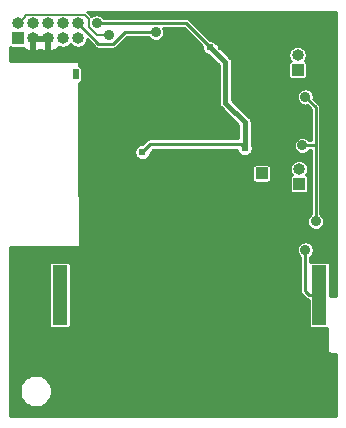
<source format=gbr>
G04 #@! TF.GenerationSoftware,KiCad,Pcbnew,(5.1.5)-3*
G04 #@! TF.CreationDate,2020-06-21T07:00:24-05:00*
G04 #@! TF.ProjectId,nrf52832_qfax-PcbDoc,6e726635-3238-4333-925f-716661782d50,rev?*
G04 #@! TF.SameCoordinates,Original*
G04 #@! TF.FileFunction,Copper,L2,Bot*
G04 #@! TF.FilePolarity,Positive*
%FSLAX46Y46*%
G04 Gerber Fmt 4.6, Leading zero omitted, Abs format (unit mm)*
G04 Created by KiCad (PCBNEW (5.1.5)-3) date 2020-06-21 07:00:24*
%MOMM*%
%LPD*%
G04 APERTURE LIST*
%ADD10O,1.000000X1.000000*%
%ADD11R,1.000000X1.000000*%
%ADD12C,17.800000*%
%ADD13R,1.270000X5.080000*%
%ADD14R,0.500000X0.900000*%
%ADD15C,0.889000*%
%ADD16C,0.609600*%
%ADD17C,0.660000*%
%ADD18C,0.254000*%
%ADD19C,0.381000*%
%ADD20C,0.150000*%
G04 APERTURE END LIST*
D10*
X90614500Y-64008000D03*
X90614500Y-65278000D03*
X89344500Y-64008000D03*
X89344500Y-65278000D03*
X88074500Y-64008000D03*
X88074500Y-65278000D03*
X86804500Y-64008000D03*
X86804500Y-65278000D03*
X85534500Y-64008000D03*
D11*
X85534500Y-65278000D03*
X106172000Y-76708000D03*
D10*
X109347000Y-76327000D03*
D11*
X109347000Y-77597000D03*
D10*
X109220000Y-66675000D03*
D11*
X109220000Y-67945000D03*
D12*
X100076000Y-86995000D03*
D13*
X111061000Y-86995000D03*
X89091000Y-86995000D03*
D14*
X90424000Y-68321500D03*
D15*
X100076000Y-83629500D03*
D16*
X93537820Y-77008210D03*
D15*
X91186000Y-84328000D03*
D16*
X90921620Y-74171410D03*
X96738140Y-76804950D03*
X103621540Y-75103150D03*
X91458860Y-66086020D03*
X107435460Y-76576220D03*
X106495660Y-70683420D03*
X97804940Y-76804950D03*
X107435460Y-65984420D03*
X90907660Y-69546820D03*
X91073860Y-78303420D03*
X96077740Y-78303550D03*
X100577460Y-78303420D03*
X107435460Y-74671220D03*
X104819260Y-76576220D03*
X107435460Y-78303420D03*
X106317860Y-73807620D03*
X107435460Y-67381420D03*
X94252860Y-66086020D03*
X93313060Y-69540420D03*
X90907660Y-71223220D03*
X91963020Y-74120610D03*
X94477540Y-76804950D03*
X95366540Y-76804950D03*
X92424060Y-68499020D03*
X93385270Y-71236220D03*
X92830460Y-72613820D03*
X106063860Y-72791620D03*
X92830460Y-73452020D03*
X104082660Y-78303420D03*
X102406260Y-67886620D03*
X102736460Y-65959020D03*
D17*
X97609070Y-69086620D03*
X97609070Y-70286620D03*
X101209060Y-72686620D03*
X97609070Y-72686620D03*
X98809070Y-71486620D03*
X101209060Y-69086620D03*
X101209060Y-70286620D03*
X100009070Y-70286620D03*
X97609070Y-71486620D03*
X100009070Y-71486620D03*
X101209060Y-71486620D03*
X100009070Y-72686620D03*
X98809070Y-69086620D03*
X98809070Y-70286620D03*
X100009070Y-69086620D03*
X98809070Y-72686620D03*
D16*
X100395740Y-74950750D03*
D15*
X93478250Y-90255500D03*
X93700410Y-95484410D03*
X96520000Y-83185000D03*
D16*
X96077820Y-74900010D03*
X104739070Y-74563620D03*
X101796660Y-65984420D03*
D15*
X110744000Y-80772000D03*
X109855000Y-70231000D03*
X92202000Y-63952499D03*
X109607897Y-74336040D03*
X93281500Y-65024000D03*
X97218500Y-64770000D03*
X109855000Y-83185000D03*
D18*
X93478250Y-90255500D02*
X93478250Y-95262250D01*
X93478250Y-95262250D02*
X93700410Y-95484410D01*
X97409000Y-84328000D02*
X100076000Y-86995000D01*
X91186000Y-84328000D02*
X97409000Y-84328000D01*
D19*
X103116180Y-67303930D02*
X103116180Y-70702820D01*
X104739070Y-72325710D02*
X104739070Y-74563620D01*
D18*
X96738410Y-74239420D02*
X96077820Y-74900010D01*
X104414880Y-74239420D02*
X96738410Y-74239420D01*
D19*
X104739070Y-72325710D02*
X103116180Y-70702820D01*
D18*
X104739070Y-74563620D02*
X104414880Y-74239420D01*
D19*
X103116180Y-67303930D02*
X101796660Y-65984420D01*
D18*
X110578900Y-80606900D02*
X110744000Y-80772000D01*
X109855000Y-70231000D02*
X110744000Y-71120000D01*
X101796660Y-65984420D02*
X100213140Y-64400900D01*
X92830617Y-63952499D02*
X92838616Y-63944500D01*
X92202000Y-63952499D02*
X92830617Y-63952499D01*
X99756740Y-63944500D02*
X100213140Y-64400900D01*
X92838616Y-63944500D02*
X99756740Y-63944500D01*
X109855000Y-70231000D02*
X110000911Y-70231000D01*
X109648937Y-74295000D02*
X109607897Y-74336040D01*
X110744000Y-74295000D02*
X109648937Y-74295000D01*
X110744000Y-74295000D02*
X110744000Y-80772000D01*
X110744000Y-71120000D02*
X110744000Y-74295000D01*
D20*
X86034499Y-63508001D02*
X85534500Y-64008000D01*
X86261901Y-63280599D02*
X86034499Y-63508001D01*
X91180712Y-63280599D02*
X86261901Y-63280599D01*
X91530099Y-63629986D02*
X91180712Y-63280599D01*
X91530099Y-64275012D02*
X91530099Y-63629986D01*
X92279087Y-65024000D02*
X91530099Y-64275012D01*
X93281500Y-65024000D02*
X92279087Y-65024000D01*
D18*
X94606874Y-64770000D02*
X97218500Y-64770000D01*
X93628973Y-65747901D02*
X94606874Y-64770000D01*
X90614500Y-64008000D02*
X92354401Y-65747901D01*
X92354401Y-65747901D02*
X93628973Y-65747901D01*
X109855000Y-83813617D02*
X109855000Y-83185000D01*
X109855000Y-86678000D02*
X109855000Y-83813617D01*
X110172000Y-86995000D02*
X109855000Y-86678000D01*
X111061000Y-86995000D02*
X110172000Y-86995000D01*
G36*
X112507560Y-87107560D02*
G01*
X112027179Y-87107560D01*
X112014000Y-87106262D01*
X112000822Y-87107560D01*
X112000821Y-87107560D01*
X111976751Y-87109931D01*
X111976751Y-84455000D01*
X111971356Y-84400228D01*
X111955380Y-84347561D01*
X111929436Y-84299023D01*
X111894521Y-84256479D01*
X111851977Y-84221564D01*
X111803439Y-84195620D01*
X111750772Y-84179644D01*
X111696000Y-84174249D01*
X110426000Y-84174249D01*
X110371228Y-84179644D01*
X110318561Y-84195620D01*
X110270023Y-84221564D01*
X110261400Y-84228641D01*
X110261400Y-83784080D01*
X110316460Y-83747290D01*
X110417290Y-83646460D01*
X110496512Y-83527895D01*
X110551081Y-83396154D01*
X110578900Y-83256298D01*
X110578900Y-83113702D01*
X110551081Y-82973846D01*
X110496512Y-82842105D01*
X110417290Y-82723540D01*
X110316460Y-82622710D01*
X110197895Y-82543488D01*
X110066154Y-82488919D01*
X109926298Y-82461100D01*
X109783702Y-82461100D01*
X109643846Y-82488919D01*
X109512105Y-82543488D01*
X109393540Y-82622710D01*
X109292710Y-82723540D01*
X109213488Y-82842105D01*
X109158919Y-82973846D01*
X109131100Y-83113702D01*
X109131100Y-83256298D01*
X109158919Y-83396154D01*
X109213488Y-83527895D01*
X109292710Y-83646460D01*
X109393540Y-83747290D01*
X109448600Y-83784080D01*
X109448600Y-83833576D01*
X109448601Y-83833586D01*
X109448600Y-86658047D01*
X109446635Y-86678000D01*
X109448600Y-86697953D01*
X109448600Y-86697959D01*
X109454481Y-86757667D01*
X109477719Y-86834274D01*
X109515456Y-86904875D01*
X109566242Y-86966758D01*
X109581746Y-86979482D01*
X109870522Y-87268259D01*
X109883242Y-87283758D01*
X109898740Y-87296477D01*
X109898745Y-87296482D01*
X109919746Y-87313717D01*
X109945124Y-87334544D01*
X109998027Y-87362821D01*
X110015725Y-87372281D01*
X110092331Y-87395519D01*
X110099604Y-87396235D01*
X110145249Y-87400731D01*
X110145249Y-89535000D01*
X110150644Y-89589772D01*
X110166620Y-89642439D01*
X110192564Y-89690977D01*
X110227479Y-89733521D01*
X110270023Y-89768436D01*
X110318561Y-89794380D01*
X110371228Y-89810356D01*
X110426000Y-89815751D01*
X111696000Y-89815751D01*
X111745560Y-89810869D01*
X111745560Y-91680821D01*
X111744262Y-91694000D01*
X111749445Y-91746623D01*
X111764795Y-91797224D01*
X111789721Y-91843858D01*
X111823266Y-91884734D01*
X111864142Y-91918279D01*
X111910776Y-91943205D01*
X111961377Y-91958555D01*
X112014000Y-91963738D01*
X112027178Y-91962440D01*
X112507560Y-91962440D01*
X112507561Y-97267560D01*
X84850440Y-97267560D01*
X84850440Y-94987141D01*
X85679100Y-94987141D01*
X85679100Y-95258859D01*
X85732110Y-95525356D01*
X85836092Y-95776391D01*
X85987050Y-96002316D01*
X86179184Y-96194450D01*
X86405109Y-96345408D01*
X86656144Y-96449390D01*
X86922641Y-96502400D01*
X87194359Y-96502400D01*
X87460856Y-96449390D01*
X87711891Y-96345408D01*
X87937816Y-96194450D01*
X88129950Y-96002316D01*
X88280908Y-95776391D01*
X88384890Y-95525356D01*
X88437900Y-95258859D01*
X88437900Y-94987141D01*
X88384890Y-94720644D01*
X88280908Y-94469609D01*
X88129950Y-94243684D01*
X87937816Y-94051550D01*
X87711891Y-93900592D01*
X87460856Y-93796610D01*
X87194359Y-93743600D01*
X86922641Y-93743600D01*
X86656144Y-93796610D01*
X86405109Y-93900592D01*
X86179184Y-94051550D01*
X85987050Y-94243684D01*
X85836092Y-94469609D01*
X85732110Y-94720644D01*
X85679100Y-94987141D01*
X84850440Y-94987141D01*
X84850440Y-84455000D01*
X88175249Y-84455000D01*
X88175249Y-89535000D01*
X88180644Y-89589772D01*
X88196620Y-89642439D01*
X88222564Y-89690977D01*
X88257479Y-89733521D01*
X88300023Y-89768436D01*
X88348561Y-89794380D01*
X88401228Y-89810356D01*
X88456000Y-89815751D01*
X89726000Y-89815751D01*
X89780772Y-89810356D01*
X89833439Y-89794380D01*
X89881977Y-89768436D01*
X89924521Y-89733521D01*
X89959436Y-89690977D01*
X89985380Y-89642439D01*
X90001356Y-89589772D01*
X90006751Y-89535000D01*
X90006751Y-84455000D01*
X90001356Y-84400228D01*
X89985380Y-84347561D01*
X89959436Y-84299023D01*
X89924521Y-84256479D01*
X89881977Y-84221564D01*
X89833439Y-84195620D01*
X89780772Y-84179644D01*
X89726000Y-84174249D01*
X88456000Y-84174249D01*
X88401228Y-84179644D01*
X88348561Y-84195620D01*
X88300023Y-84221564D01*
X88257479Y-84256479D01*
X88222564Y-84299023D01*
X88196620Y-84347561D01*
X88180644Y-84400228D01*
X88175249Y-84455000D01*
X84850440Y-84455000D01*
X84850440Y-82931000D01*
X90678000Y-82931000D01*
X90702776Y-82928560D01*
X90726601Y-82921333D01*
X90748557Y-82909597D01*
X90767803Y-82893803D01*
X90783597Y-82874557D01*
X90795333Y-82852601D01*
X90802560Y-82828776D01*
X90805000Y-82804000D01*
X90805000Y-78678077D01*
X90802560Y-78653301D01*
X90795333Y-78629476D01*
X90783597Y-78607520D01*
X90767803Y-78588274D01*
X90754134Y-78577057D01*
X90754134Y-76208000D01*
X105391249Y-76208000D01*
X105391249Y-77208000D01*
X105396644Y-77262772D01*
X105412620Y-77315439D01*
X105438564Y-77363977D01*
X105473479Y-77406521D01*
X105516023Y-77441436D01*
X105564561Y-77467380D01*
X105617228Y-77483356D01*
X105672000Y-77488751D01*
X106672000Y-77488751D01*
X106726772Y-77483356D01*
X106779439Y-77467380D01*
X106827977Y-77441436D01*
X106870521Y-77406521D01*
X106905436Y-77363977D01*
X106931380Y-77315439D01*
X106947356Y-77262772D01*
X106952751Y-77208000D01*
X106952751Y-77097000D01*
X108566249Y-77097000D01*
X108566249Y-78097000D01*
X108571644Y-78151772D01*
X108587620Y-78204439D01*
X108613564Y-78252977D01*
X108648479Y-78295521D01*
X108691023Y-78330436D01*
X108739561Y-78356380D01*
X108792228Y-78372356D01*
X108847000Y-78377751D01*
X109847000Y-78377751D01*
X109901772Y-78372356D01*
X109954439Y-78356380D01*
X110002977Y-78330436D01*
X110045521Y-78295521D01*
X110080436Y-78252977D01*
X110106380Y-78204439D01*
X110122356Y-78151772D01*
X110127751Y-78097000D01*
X110127751Y-77097000D01*
X110122356Y-77042228D01*
X110106380Y-76989561D01*
X110080436Y-76941023D01*
X110045521Y-76898479D01*
X110002977Y-76863564D01*
X109954439Y-76837620D01*
X109942299Y-76833938D01*
X109952399Y-76823838D01*
X110037695Y-76696184D01*
X110096448Y-76554343D01*
X110126400Y-76403764D01*
X110126400Y-76250236D01*
X110096448Y-76099657D01*
X110037695Y-75957816D01*
X109952399Y-75830162D01*
X109843838Y-75721601D01*
X109716184Y-75636305D01*
X109574343Y-75577552D01*
X109423764Y-75547600D01*
X109270236Y-75547600D01*
X109119657Y-75577552D01*
X108977816Y-75636305D01*
X108850162Y-75721601D01*
X108741601Y-75830162D01*
X108656305Y-75957816D01*
X108597552Y-76099657D01*
X108567600Y-76250236D01*
X108567600Y-76403764D01*
X108597552Y-76554343D01*
X108656305Y-76696184D01*
X108741601Y-76823838D01*
X108751701Y-76833938D01*
X108739561Y-76837620D01*
X108691023Y-76863564D01*
X108648479Y-76898479D01*
X108613564Y-76941023D01*
X108587620Y-76989561D01*
X108571644Y-77042228D01*
X108566249Y-77097000D01*
X106952751Y-77097000D01*
X106952751Y-76208000D01*
X106947356Y-76153228D01*
X106931380Y-76100561D01*
X106905436Y-76052023D01*
X106870521Y-76009479D01*
X106827977Y-75974564D01*
X106779439Y-75948620D01*
X106726772Y-75932644D01*
X106672000Y-75927249D01*
X105672000Y-75927249D01*
X105617228Y-75932644D01*
X105564561Y-75948620D01*
X105516023Y-75974564D01*
X105473479Y-76009479D01*
X105438564Y-76052023D01*
X105412620Y-76100561D01*
X105396644Y-76153228D01*
X105391249Y-76208000D01*
X90754134Y-76208000D01*
X90754134Y-69039163D01*
X90781439Y-69030880D01*
X90829977Y-69004936D01*
X90872521Y-68970021D01*
X90907436Y-68927477D01*
X90933380Y-68878939D01*
X90949356Y-68826272D01*
X90954751Y-68771500D01*
X90954751Y-67871500D01*
X90949356Y-67816728D01*
X90933380Y-67764061D01*
X90907436Y-67715523D01*
X90872521Y-67672979D01*
X90829977Y-67638064D01*
X90781439Y-67612120D01*
X90754134Y-67603837D01*
X90754134Y-67310000D01*
X90751694Y-67285224D01*
X90744467Y-67261399D01*
X90732731Y-67239443D01*
X90716937Y-67220197D01*
X90697691Y-67204403D01*
X90675735Y-67192667D01*
X90651910Y-67185440D01*
X90627134Y-67183000D01*
X84850440Y-67183000D01*
X84850440Y-65988389D01*
X84878523Y-66011436D01*
X84927061Y-66037380D01*
X84979728Y-66053356D01*
X85034500Y-66058751D01*
X85988225Y-66058751D01*
X86062480Y-66136865D01*
X86244294Y-66265123D01*
X86447636Y-66355446D01*
X86502626Y-66372119D01*
X86677500Y-66245954D01*
X86677500Y-65405000D01*
X86931500Y-65405000D01*
X86931500Y-66245954D01*
X87106374Y-66372119D01*
X87161364Y-66355446D01*
X87364706Y-66265123D01*
X87439500Y-66212361D01*
X87514294Y-66265123D01*
X87717636Y-66355446D01*
X87772626Y-66372119D01*
X87947500Y-66245954D01*
X87947500Y-65405000D01*
X86931500Y-65405000D01*
X86677500Y-65405000D01*
X86657500Y-65405000D01*
X86657500Y-65151000D01*
X86677500Y-65151000D01*
X86677500Y-65131000D01*
X86931500Y-65131000D01*
X86931500Y-65151000D01*
X87947500Y-65151000D01*
X87947500Y-65131000D01*
X88201500Y-65131000D01*
X88201500Y-65151000D01*
X88221500Y-65151000D01*
X88221500Y-65405000D01*
X88201500Y-65405000D01*
X88201500Y-66245954D01*
X88376374Y-66372119D01*
X88431364Y-66355446D01*
X88634706Y-66265123D01*
X88816520Y-66136865D01*
X88969818Y-65975601D01*
X88974520Y-65968163D01*
X88975316Y-65968695D01*
X89117157Y-66027448D01*
X89267736Y-66057400D01*
X89421264Y-66057400D01*
X89571843Y-66027448D01*
X89713684Y-65968695D01*
X89841338Y-65883399D01*
X89949899Y-65774838D01*
X89979500Y-65730537D01*
X90009101Y-65774838D01*
X90117662Y-65883399D01*
X90245316Y-65968695D01*
X90387157Y-66027448D01*
X90537736Y-66057400D01*
X90691264Y-66057400D01*
X90841843Y-66027448D01*
X90983684Y-65968695D01*
X91111338Y-65883399D01*
X91219899Y-65774838D01*
X91305195Y-65647184D01*
X91363948Y-65505343D01*
X91392677Y-65360913D01*
X92052924Y-66021161D01*
X92065643Y-66036659D01*
X92081141Y-66049378D01*
X92081146Y-66049383D01*
X92102147Y-66066618D01*
X92127525Y-66087445D01*
X92198126Y-66125182D01*
X92274732Y-66148420D01*
X92282005Y-66149136D01*
X92334441Y-66154301D01*
X92334448Y-66154301D01*
X92354401Y-66156266D01*
X92374354Y-66154301D01*
X93609020Y-66154301D01*
X93628973Y-66156266D01*
X93648926Y-66154301D01*
X93648933Y-66154301D01*
X93708641Y-66148420D01*
X93785248Y-66125182D01*
X93855849Y-66087445D01*
X93917731Y-66036659D01*
X93930455Y-66021155D01*
X94775211Y-65176400D01*
X96619420Y-65176400D01*
X96656210Y-65231460D01*
X96757040Y-65332290D01*
X96875605Y-65411512D01*
X97007346Y-65466081D01*
X97147202Y-65493900D01*
X97289798Y-65493900D01*
X97429654Y-65466081D01*
X97561395Y-65411512D01*
X97679960Y-65332290D01*
X97780790Y-65231460D01*
X97860012Y-65112895D01*
X97914581Y-64981154D01*
X97942400Y-64841298D01*
X97942400Y-64698702D01*
X97914581Y-64558846D01*
X97860012Y-64427105D01*
X97809094Y-64350900D01*
X99588404Y-64350900D01*
X101118083Y-65880579D01*
X101102357Y-65959640D01*
X101099917Y-65984417D01*
X101102357Y-66009194D01*
X101145728Y-66227228D01*
X101152956Y-66251052D01*
X101164691Y-66273008D01*
X101288196Y-66457846D01*
X101303991Y-66477092D01*
X101323236Y-66492886D01*
X101508074Y-66616391D01*
X101530030Y-66628127D01*
X101553854Y-66635354D01*
X101645240Y-66653532D01*
X102535970Y-67544262D01*
X102535970Y-70702802D01*
X102536346Y-70702802D01*
X102538408Y-70727593D01*
X102572909Y-70901029D01*
X102580136Y-70924853D01*
X102591871Y-70946808D01*
X102690113Y-71093839D01*
X102705907Y-71113085D01*
X104158867Y-72566045D01*
X104158867Y-73723952D01*
X96738412Y-73723952D01*
X96713635Y-73726392D01*
X96564976Y-73755963D01*
X96541152Y-73763191D01*
X96519196Y-73774926D01*
X96393169Y-73859134D01*
X96373923Y-73874928D01*
X96040691Y-74208160D01*
X95835008Y-74249073D01*
X95811184Y-74256300D01*
X95789228Y-74268036D01*
X95604390Y-74391541D01*
X95585144Y-74407336D01*
X95569350Y-74426581D01*
X95445845Y-74611420D01*
X95434109Y-74633376D01*
X95426882Y-74657200D01*
X95383512Y-74875233D01*
X95381072Y-74900010D01*
X95383512Y-74924787D01*
X95426882Y-75142821D01*
X95434109Y-75166645D01*
X95445845Y-75188601D01*
X95569350Y-75373439D01*
X95585145Y-75392685D01*
X95604390Y-75408479D01*
X95789228Y-75531984D01*
X95811184Y-75543720D01*
X95835008Y-75550947D01*
X96053042Y-75594318D01*
X96077818Y-75596758D01*
X96102596Y-75594318D01*
X96320630Y-75550947D01*
X96344454Y-75543719D01*
X96366410Y-75531984D01*
X96551248Y-75408479D01*
X96570494Y-75392684D01*
X96586288Y-75373439D01*
X96709793Y-75188601D01*
X96721529Y-75166645D01*
X96728756Y-75142821D01*
X96769669Y-74937138D01*
X96951925Y-74754882D01*
X104077885Y-74754882D01*
X104088137Y-74806425D01*
X104095364Y-74830250D01*
X104107100Y-74852206D01*
X104230605Y-75037044D01*
X104246400Y-75056290D01*
X104265645Y-75072084D01*
X104450484Y-75195589D01*
X104472440Y-75207325D01*
X104496264Y-75214552D01*
X104714297Y-75257923D01*
X104739073Y-75260363D01*
X104763851Y-75257923D01*
X104981885Y-75214552D01*
X105005709Y-75207324D01*
X105027665Y-75195589D01*
X105212503Y-75072084D01*
X105231749Y-75056289D01*
X105247543Y-75037044D01*
X105371048Y-74852206D01*
X105382784Y-74830250D01*
X105390011Y-74806426D01*
X105433382Y-74588392D01*
X105435822Y-74563616D01*
X105433382Y-74538838D01*
X105390011Y-74320805D01*
X105382783Y-74296980D01*
X105371048Y-74275025D01*
X105364178Y-74264742D01*
X108883997Y-74264742D01*
X108883997Y-74407338D01*
X108911816Y-74547194D01*
X108966385Y-74678935D01*
X109045607Y-74797500D01*
X109146437Y-74898330D01*
X109265002Y-74977552D01*
X109396743Y-75032121D01*
X109536599Y-75059940D01*
X109679195Y-75059940D01*
X109819051Y-75032121D01*
X109950792Y-74977552D01*
X110069357Y-74898330D01*
X110170187Y-74797500D01*
X110234398Y-74701400D01*
X110337600Y-74701400D01*
X110337601Y-80172920D01*
X110282540Y-80209710D01*
X110181710Y-80310540D01*
X110102488Y-80429105D01*
X110047919Y-80560846D01*
X110020100Y-80700702D01*
X110020100Y-80843298D01*
X110047919Y-80983154D01*
X110102488Y-81114895D01*
X110181710Y-81233460D01*
X110282540Y-81334290D01*
X110401105Y-81413512D01*
X110532846Y-81468081D01*
X110672702Y-81495900D01*
X110815298Y-81495900D01*
X110955154Y-81468081D01*
X111086895Y-81413512D01*
X111205460Y-81334290D01*
X111306290Y-81233460D01*
X111385512Y-81114895D01*
X111440081Y-80983154D01*
X111467900Y-80843298D01*
X111467900Y-80700702D01*
X111440081Y-80560846D01*
X111385512Y-80429105D01*
X111306290Y-80310540D01*
X111205460Y-80209710D01*
X111150400Y-80172920D01*
X111150400Y-74314960D01*
X111152366Y-74295000D01*
X111150400Y-74275040D01*
X111150400Y-71139953D01*
X111152365Y-71120000D01*
X111150400Y-71100047D01*
X111150400Y-71100040D01*
X111144519Y-71040332D01*
X111143417Y-71036697D01*
X111121281Y-70963725D01*
X111101694Y-70927081D01*
X111083544Y-70893124D01*
X111062717Y-70867746D01*
X111045482Y-70846745D01*
X111045477Y-70846740D01*
X111032758Y-70831242D01*
X111017261Y-70818524D01*
X110565981Y-70367245D01*
X110578900Y-70302298D01*
X110578900Y-70159702D01*
X110551081Y-70019846D01*
X110496512Y-69888105D01*
X110417290Y-69769540D01*
X110316460Y-69668710D01*
X110197895Y-69589488D01*
X110066154Y-69534919D01*
X109926298Y-69507100D01*
X109783702Y-69507100D01*
X109643846Y-69534919D01*
X109512105Y-69589488D01*
X109393540Y-69668710D01*
X109292710Y-69769540D01*
X109213488Y-69888105D01*
X109158919Y-70019846D01*
X109131100Y-70159702D01*
X109131100Y-70302298D01*
X109158919Y-70442154D01*
X109213488Y-70573895D01*
X109292710Y-70692460D01*
X109393540Y-70793290D01*
X109512105Y-70872512D01*
X109643846Y-70927081D01*
X109783702Y-70954900D01*
X109926298Y-70954900D01*
X109991245Y-70941981D01*
X110337600Y-71288337D01*
X110337601Y-73888600D01*
X110179555Y-73888600D01*
X110170187Y-73874580D01*
X110069357Y-73773750D01*
X109950792Y-73694528D01*
X109819051Y-73639959D01*
X109679195Y-73612140D01*
X109536599Y-73612140D01*
X109396743Y-73639959D01*
X109265002Y-73694528D01*
X109146437Y-73773750D01*
X109045607Y-73874580D01*
X108966385Y-73993145D01*
X108911816Y-74124886D01*
X108883997Y-74264742D01*
X105364178Y-74264742D01*
X105319281Y-74197550D01*
X105319281Y-72325713D01*
X105316841Y-72300937D01*
X105282343Y-72127500D01*
X105275116Y-72103676D01*
X105263380Y-72081719D01*
X105165138Y-71934689D01*
X105149344Y-71915443D01*
X103696384Y-70462483D01*
X103696384Y-67445000D01*
X108439249Y-67445000D01*
X108439249Y-68445000D01*
X108444644Y-68499772D01*
X108460620Y-68552439D01*
X108486564Y-68600977D01*
X108521479Y-68643521D01*
X108564023Y-68678436D01*
X108612561Y-68704380D01*
X108665228Y-68720356D01*
X108720000Y-68725751D01*
X109720000Y-68725751D01*
X109774772Y-68720356D01*
X109827439Y-68704380D01*
X109875977Y-68678436D01*
X109918521Y-68643521D01*
X109953436Y-68600977D01*
X109979380Y-68552439D01*
X109995356Y-68499772D01*
X110000751Y-68445000D01*
X110000751Y-67445000D01*
X109995356Y-67390228D01*
X109979380Y-67337561D01*
X109953436Y-67289023D01*
X109918521Y-67246479D01*
X109875977Y-67211564D01*
X109827439Y-67185620D01*
X109815299Y-67181938D01*
X109825399Y-67171838D01*
X109910695Y-67044184D01*
X109969448Y-66902343D01*
X109999400Y-66751764D01*
X109999400Y-66598236D01*
X109969448Y-66447657D01*
X109910695Y-66305816D01*
X109825399Y-66178162D01*
X109716838Y-66069601D01*
X109589184Y-65984305D01*
X109447343Y-65925552D01*
X109296764Y-65895600D01*
X109143236Y-65895600D01*
X108992657Y-65925552D01*
X108850816Y-65984305D01*
X108723162Y-66069601D01*
X108614601Y-66178162D01*
X108529305Y-66305816D01*
X108470552Y-66447657D01*
X108440600Y-66598236D01*
X108440600Y-66751764D01*
X108470552Y-66902343D01*
X108529305Y-67044184D01*
X108614601Y-67171838D01*
X108624701Y-67181938D01*
X108612561Y-67185620D01*
X108564023Y-67211564D01*
X108521479Y-67246479D01*
X108486564Y-67289023D01*
X108460620Y-67337561D01*
X108444644Y-67390228D01*
X108439249Y-67445000D01*
X103696384Y-67445000D01*
X103696384Y-67303929D01*
X103693944Y-67279153D01*
X103659446Y-67105717D01*
X103652219Y-67081893D01*
X103640483Y-67059936D01*
X103542241Y-66912906D01*
X103526447Y-66893660D01*
X102466400Y-65833613D01*
X102468069Y-65830191D01*
X102474402Y-65806114D01*
X102475917Y-65781264D01*
X102472554Y-65756596D01*
X102464444Y-65733057D01*
X102451897Y-65711554D01*
X102435396Y-65692911D01*
X102415575Y-65677846D01*
X102393196Y-65666936D01*
X102369119Y-65660603D01*
X102349005Y-65659000D01*
X102281833Y-65659000D01*
X102250438Y-65612014D01*
X102169066Y-65530642D01*
X102073383Y-65466708D01*
X101967065Y-65422670D01*
X101854199Y-65400220D01*
X101787196Y-65400220D01*
X100058222Y-63671246D01*
X100045498Y-63655742D01*
X99983616Y-63604956D01*
X99913015Y-63567219D01*
X99836408Y-63543981D01*
X99776700Y-63538100D01*
X99776693Y-63538100D01*
X99756740Y-63536135D01*
X99736787Y-63538100D01*
X92858568Y-63538100D01*
X92838615Y-63536135D01*
X92818663Y-63538100D01*
X92818656Y-63538100D01*
X92797150Y-63540218D01*
X92764290Y-63491039D01*
X92663460Y-63390209D01*
X92544895Y-63310987D01*
X92413154Y-63256418D01*
X92273298Y-63228599D01*
X92130702Y-63228599D01*
X91990846Y-63256418D01*
X91859105Y-63310987D01*
X91771426Y-63369572D01*
X91768393Y-63367082D01*
X91443620Y-63042310D01*
X91432523Y-63028788D01*
X91405291Y-63006440D01*
X112507561Y-63006440D01*
X112507560Y-87107560D01*
G37*
X112507560Y-87107560D02*
X112027179Y-87107560D01*
X112014000Y-87106262D01*
X112000822Y-87107560D01*
X112000821Y-87107560D01*
X111976751Y-87109931D01*
X111976751Y-84455000D01*
X111971356Y-84400228D01*
X111955380Y-84347561D01*
X111929436Y-84299023D01*
X111894521Y-84256479D01*
X111851977Y-84221564D01*
X111803439Y-84195620D01*
X111750772Y-84179644D01*
X111696000Y-84174249D01*
X110426000Y-84174249D01*
X110371228Y-84179644D01*
X110318561Y-84195620D01*
X110270023Y-84221564D01*
X110261400Y-84228641D01*
X110261400Y-83784080D01*
X110316460Y-83747290D01*
X110417290Y-83646460D01*
X110496512Y-83527895D01*
X110551081Y-83396154D01*
X110578900Y-83256298D01*
X110578900Y-83113702D01*
X110551081Y-82973846D01*
X110496512Y-82842105D01*
X110417290Y-82723540D01*
X110316460Y-82622710D01*
X110197895Y-82543488D01*
X110066154Y-82488919D01*
X109926298Y-82461100D01*
X109783702Y-82461100D01*
X109643846Y-82488919D01*
X109512105Y-82543488D01*
X109393540Y-82622710D01*
X109292710Y-82723540D01*
X109213488Y-82842105D01*
X109158919Y-82973846D01*
X109131100Y-83113702D01*
X109131100Y-83256298D01*
X109158919Y-83396154D01*
X109213488Y-83527895D01*
X109292710Y-83646460D01*
X109393540Y-83747290D01*
X109448600Y-83784080D01*
X109448600Y-83833576D01*
X109448601Y-83833586D01*
X109448600Y-86658047D01*
X109446635Y-86678000D01*
X109448600Y-86697953D01*
X109448600Y-86697959D01*
X109454481Y-86757667D01*
X109477719Y-86834274D01*
X109515456Y-86904875D01*
X109566242Y-86966758D01*
X109581746Y-86979482D01*
X109870522Y-87268259D01*
X109883242Y-87283758D01*
X109898740Y-87296477D01*
X109898745Y-87296482D01*
X109919746Y-87313717D01*
X109945124Y-87334544D01*
X109998027Y-87362821D01*
X110015725Y-87372281D01*
X110092331Y-87395519D01*
X110099604Y-87396235D01*
X110145249Y-87400731D01*
X110145249Y-89535000D01*
X110150644Y-89589772D01*
X110166620Y-89642439D01*
X110192564Y-89690977D01*
X110227479Y-89733521D01*
X110270023Y-89768436D01*
X110318561Y-89794380D01*
X110371228Y-89810356D01*
X110426000Y-89815751D01*
X111696000Y-89815751D01*
X111745560Y-89810869D01*
X111745560Y-91680821D01*
X111744262Y-91694000D01*
X111749445Y-91746623D01*
X111764795Y-91797224D01*
X111789721Y-91843858D01*
X111823266Y-91884734D01*
X111864142Y-91918279D01*
X111910776Y-91943205D01*
X111961377Y-91958555D01*
X112014000Y-91963738D01*
X112027178Y-91962440D01*
X112507560Y-91962440D01*
X112507561Y-97267560D01*
X84850440Y-97267560D01*
X84850440Y-94987141D01*
X85679100Y-94987141D01*
X85679100Y-95258859D01*
X85732110Y-95525356D01*
X85836092Y-95776391D01*
X85987050Y-96002316D01*
X86179184Y-96194450D01*
X86405109Y-96345408D01*
X86656144Y-96449390D01*
X86922641Y-96502400D01*
X87194359Y-96502400D01*
X87460856Y-96449390D01*
X87711891Y-96345408D01*
X87937816Y-96194450D01*
X88129950Y-96002316D01*
X88280908Y-95776391D01*
X88384890Y-95525356D01*
X88437900Y-95258859D01*
X88437900Y-94987141D01*
X88384890Y-94720644D01*
X88280908Y-94469609D01*
X88129950Y-94243684D01*
X87937816Y-94051550D01*
X87711891Y-93900592D01*
X87460856Y-93796610D01*
X87194359Y-93743600D01*
X86922641Y-93743600D01*
X86656144Y-93796610D01*
X86405109Y-93900592D01*
X86179184Y-94051550D01*
X85987050Y-94243684D01*
X85836092Y-94469609D01*
X85732110Y-94720644D01*
X85679100Y-94987141D01*
X84850440Y-94987141D01*
X84850440Y-84455000D01*
X88175249Y-84455000D01*
X88175249Y-89535000D01*
X88180644Y-89589772D01*
X88196620Y-89642439D01*
X88222564Y-89690977D01*
X88257479Y-89733521D01*
X88300023Y-89768436D01*
X88348561Y-89794380D01*
X88401228Y-89810356D01*
X88456000Y-89815751D01*
X89726000Y-89815751D01*
X89780772Y-89810356D01*
X89833439Y-89794380D01*
X89881977Y-89768436D01*
X89924521Y-89733521D01*
X89959436Y-89690977D01*
X89985380Y-89642439D01*
X90001356Y-89589772D01*
X90006751Y-89535000D01*
X90006751Y-84455000D01*
X90001356Y-84400228D01*
X89985380Y-84347561D01*
X89959436Y-84299023D01*
X89924521Y-84256479D01*
X89881977Y-84221564D01*
X89833439Y-84195620D01*
X89780772Y-84179644D01*
X89726000Y-84174249D01*
X88456000Y-84174249D01*
X88401228Y-84179644D01*
X88348561Y-84195620D01*
X88300023Y-84221564D01*
X88257479Y-84256479D01*
X88222564Y-84299023D01*
X88196620Y-84347561D01*
X88180644Y-84400228D01*
X88175249Y-84455000D01*
X84850440Y-84455000D01*
X84850440Y-82931000D01*
X90678000Y-82931000D01*
X90702776Y-82928560D01*
X90726601Y-82921333D01*
X90748557Y-82909597D01*
X90767803Y-82893803D01*
X90783597Y-82874557D01*
X90795333Y-82852601D01*
X90802560Y-82828776D01*
X90805000Y-82804000D01*
X90805000Y-78678077D01*
X90802560Y-78653301D01*
X90795333Y-78629476D01*
X90783597Y-78607520D01*
X90767803Y-78588274D01*
X90754134Y-78577057D01*
X90754134Y-76208000D01*
X105391249Y-76208000D01*
X105391249Y-77208000D01*
X105396644Y-77262772D01*
X105412620Y-77315439D01*
X105438564Y-77363977D01*
X105473479Y-77406521D01*
X105516023Y-77441436D01*
X105564561Y-77467380D01*
X105617228Y-77483356D01*
X105672000Y-77488751D01*
X106672000Y-77488751D01*
X106726772Y-77483356D01*
X106779439Y-77467380D01*
X106827977Y-77441436D01*
X106870521Y-77406521D01*
X106905436Y-77363977D01*
X106931380Y-77315439D01*
X106947356Y-77262772D01*
X106952751Y-77208000D01*
X106952751Y-77097000D01*
X108566249Y-77097000D01*
X108566249Y-78097000D01*
X108571644Y-78151772D01*
X108587620Y-78204439D01*
X108613564Y-78252977D01*
X108648479Y-78295521D01*
X108691023Y-78330436D01*
X108739561Y-78356380D01*
X108792228Y-78372356D01*
X108847000Y-78377751D01*
X109847000Y-78377751D01*
X109901772Y-78372356D01*
X109954439Y-78356380D01*
X110002977Y-78330436D01*
X110045521Y-78295521D01*
X110080436Y-78252977D01*
X110106380Y-78204439D01*
X110122356Y-78151772D01*
X110127751Y-78097000D01*
X110127751Y-77097000D01*
X110122356Y-77042228D01*
X110106380Y-76989561D01*
X110080436Y-76941023D01*
X110045521Y-76898479D01*
X110002977Y-76863564D01*
X109954439Y-76837620D01*
X109942299Y-76833938D01*
X109952399Y-76823838D01*
X110037695Y-76696184D01*
X110096448Y-76554343D01*
X110126400Y-76403764D01*
X110126400Y-76250236D01*
X110096448Y-76099657D01*
X110037695Y-75957816D01*
X109952399Y-75830162D01*
X109843838Y-75721601D01*
X109716184Y-75636305D01*
X109574343Y-75577552D01*
X109423764Y-75547600D01*
X109270236Y-75547600D01*
X109119657Y-75577552D01*
X108977816Y-75636305D01*
X108850162Y-75721601D01*
X108741601Y-75830162D01*
X108656305Y-75957816D01*
X108597552Y-76099657D01*
X108567600Y-76250236D01*
X108567600Y-76403764D01*
X108597552Y-76554343D01*
X108656305Y-76696184D01*
X108741601Y-76823838D01*
X108751701Y-76833938D01*
X108739561Y-76837620D01*
X108691023Y-76863564D01*
X108648479Y-76898479D01*
X108613564Y-76941023D01*
X108587620Y-76989561D01*
X108571644Y-77042228D01*
X108566249Y-77097000D01*
X106952751Y-77097000D01*
X106952751Y-76208000D01*
X106947356Y-76153228D01*
X106931380Y-76100561D01*
X106905436Y-76052023D01*
X106870521Y-76009479D01*
X106827977Y-75974564D01*
X106779439Y-75948620D01*
X106726772Y-75932644D01*
X106672000Y-75927249D01*
X105672000Y-75927249D01*
X105617228Y-75932644D01*
X105564561Y-75948620D01*
X105516023Y-75974564D01*
X105473479Y-76009479D01*
X105438564Y-76052023D01*
X105412620Y-76100561D01*
X105396644Y-76153228D01*
X105391249Y-76208000D01*
X90754134Y-76208000D01*
X90754134Y-69039163D01*
X90781439Y-69030880D01*
X90829977Y-69004936D01*
X90872521Y-68970021D01*
X90907436Y-68927477D01*
X90933380Y-68878939D01*
X90949356Y-68826272D01*
X90954751Y-68771500D01*
X90954751Y-67871500D01*
X90949356Y-67816728D01*
X90933380Y-67764061D01*
X90907436Y-67715523D01*
X90872521Y-67672979D01*
X90829977Y-67638064D01*
X90781439Y-67612120D01*
X90754134Y-67603837D01*
X90754134Y-67310000D01*
X90751694Y-67285224D01*
X90744467Y-67261399D01*
X90732731Y-67239443D01*
X90716937Y-67220197D01*
X90697691Y-67204403D01*
X90675735Y-67192667D01*
X90651910Y-67185440D01*
X90627134Y-67183000D01*
X84850440Y-67183000D01*
X84850440Y-65988389D01*
X84878523Y-66011436D01*
X84927061Y-66037380D01*
X84979728Y-66053356D01*
X85034500Y-66058751D01*
X85988225Y-66058751D01*
X86062480Y-66136865D01*
X86244294Y-66265123D01*
X86447636Y-66355446D01*
X86502626Y-66372119D01*
X86677500Y-66245954D01*
X86677500Y-65405000D01*
X86931500Y-65405000D01*
X86931500Y-66245954D01*
X87106374Y-66372119D01*
X87161364Y-66355446D01*
X87364706Y-66265123D01*
X87439500Y-66212361D01*
X87514294Y-66265123D01*
X87717636Y-66355446D01*
X87772626Y-66372119D01*
X87947500Y-66245954D01*
X87947500Y-65405000D01*
X86931500Y-65405000D01*
X86677500Y-65405000D01*
X86657500Y-65405000D01*
X86657500Y-65151000D01*
X86677500Y-65151000D01*
X86677500Y-65131000D01*
X86931500Y-65131000D01*
X86931500Y-65151000D01*
X87947500Y-65151000D01*
X87947500Y-65131000D01*
X88201500Y-65131000D01*
X88201500Y-65151000D01*
X88221500Y-65151000D01*
X88221500Y-65405000D01*
X88201500Y-65405000D01*
X88201500Y-66245954D01*
X88376374Y-66372119D01*
X88431364Y-66355446D01*
X88634706Y-66265123D01*
X88816520Y-66136865D01*
X88969818Y-65975601D01*
X88974520Y-65968163D01*
X88975316Y-65968695D01*
X89117157Y-66027448D01*
X89267736Y-66057400D01*
X89421264Y-66057400D01*
X89571843Y-66027448D01*
X89713684Y-65968695D01*
X89841338Y-65883399D01*
X89949899Y-65774838D01*
X89979500Y-65730537D01*
X90009101Y-65774838D01*
X90117662Y-65883399D01*
X90245316Y-65968695D01*
X90387157Y-66027448D01*
X90537736Y-66057400D01*
X90691264Y-66057400D01*
X90841843Y-66027448D01*
X90983684Y-65968695D01*
X91111338Y-65883399D01*
X91219899Y-65774838D01*
X91305195Y-65647184D01*
X91363948Y-65505343D01*
X91392677Y-65360913D01*
X92052924Y-66021161D01*
X92065643Y-66036659D01*
X92081141Y-66049378D01*
X92081146Y-66049383D01*
X92102147Y-66066618D01*
X92127525Y-66087445D01*
X92198126Y-66125182D01*
X92274732Y-66148420D01*
X92282005Y-66149136D01*
X92334441Y-66154301D01*
X92334448Y-66154301D01*
X92354401Y-66156266D01*
X92374354Y-66154301D01*
X93609020Y-66154301D01*
X93628973Y-66156266D01*
X93648926Y-66154301D01*
X93648933Y-66154301D01*
X93708641Y-66148420D01*
X93785248Y-66125182D01*
X93855849Y-66087445D01*
X93917731Y-66036659D01*
X93930455Y-66021155D01*
X94775211Y-65176400D01*
X96619420Y-65176400D01*
X96656210Y-65231460D01*
X96757040Y-65332290D01*
X96875605Y-65411512D01*
X97007346Y-65466081D01*
X97147202Y-65493900D01*
X97289798Y-65493900D01*
X97429654Y-65466081D01*
X97561395Y-65411512D01*
X97679960Y-65332290D01*
X97780790Y-65231460D01*
X97860012Y-65112895D01*
X97914581Y-64981154D01*
X97942400Y-64841298D01*
X97942400Y-64698702D01*
X97914581Y-64558846D01*
X97860012Y-64427105D01*
X97809094Y-64350900D01*
X99588404Y-64350900D01*
X101118083Y-65880579D01*
X101102357Y-65959640D01*
X101099917Y-65984417D01*
X101102357Y-66009194D01*
X101145728Y-66227228D01*
X101152956Y-66251052D01*
X101164691Y-66273008D01*
X101288196Y-66457846D01*
X101303991Y-66477092D01*
X101323236Y-66492886D01*
X101508074Y-66616391D01*
X101530030Y-66628127D01*
X101553854Y-66635354D01*
X101645240Y-66653532D01*
X102535970Y-67544262D01*
X102535970Y-70702802D01*
X102536346Y-70702802D01*
X102538408Y-70727593D01*
X102572909Y-70901029D01*
X102580136Y-70924853D01*
X102591871Y-70946808D01*
X102690113Y-71093839D01*
X102705907Y-71113085D01*
X104158867Y-72566045D01*
X104158867Y-73723952D01*
X96738412Y-73723952D01*
X96713635Y-73726392D01*
X96564976Y-73755963D01*
X96541152Y-73763191D01*
X96519196Y-73774926D01*
X96393169Y-73859134D01*
X96373923Y-73874928D01*
X96040691Y-74208160D01*
X95835008Y-74249073D01*
X95811184Y-74256300D01*
X95789228Y-74268036D01*
X95604390Y-74391541D01*
X95585144Y-74407336D01*
X95569350Y-74426581D01*
X95445845Y-74611420D01*
X95434109Y-74633376D01*
X95426882Y-74657200D01*
X95383512Y-74875233D01*
X95381072Y-74900010D01*
X95383512Y-74924787D01*
X95426882Y-75142821D01*
X95434109Y-75166645D01*
X95445845Y-75188601D01*
X95569350Y-75373439D01*
X95585145Y-75392685D01*
X95604390Y-75408479D01*
X95789228Y-75531984D01*
X95811184Y-75543720D01*
X95835008Y-75550947D01*
X96053042Y-75594318D01*
X96077818Y-75596758D01*
X96102596Y-75594318D01*
X96320630Y-75550947D01*
X96344454Y-75543719D01*
X96366410Y-75531984D01*
X96551248Y-75408479D01*
X96570494Y-75392684D01*
X96586288Y-75373439D01*
X96709793Y-75188601D01*
X96721529Y-75166645D01*
X96728756Y-75142821D01*
X96769669Y-74937138D01*
X96951925Y-74754882D01*
X104077885Y-74754882D01*
X104088137Y-74806425D01*
X104095364Y-74830250D01*
X104107100Y-74852206D01*
X104230605Y-75037044D01*
X104246400Y-75056290D01*
X104265645Y-75072084D01*
X104450484Y-75195589D01*
X104472440Y-75207325D01*
X104496264Y-75214552D01*
X104714297Y-75257923D01*
X104739073Y-75260363D01*
X104763851Y-75257923D01*
X104981885Y-75214552D01*
X105005709Y-75207324D01*
X105027665Y-75195589D01*
X105212503Y-75072084D01*
X105231749Y-75056289D01*
X105247543Y-75037044D01*
X105371048Y-74852206D01*
X105382784Y-74830250D01*
X105390011Y-74806426D01*
X105433382Y-74588392D01*
X105435822Y-74563616D01*
X105433382Y-74538838D01*
X105390011Y-74320805D01*
X105382783Y-74296980D01*
X105371048Y-74275025D01*
X105364178Y-74264742D01*
X108883997Y-74264742D01*
X108883997Y-74407338D01*
X108911816Y-74547194D01*
X108966385Y-74678935D01*
X109045607Y-74797500D01*
X109146437Y-74898330D01*
X109265002Y-74977552D01*
X109396743Y-75032121D01*
X109536599Y-75059940D01*
X109679195Y-75059940D01*
X109819051Y-75032121D01*
X109950792Y-74977552D01*
X110069357Y-74898330D01*
X110170187Y-74797500D01*
X110234398Y-74701400D01*
X110337600Y-74701400D01*
X110337601Y-80172920D01*
X110282540Y-80209710D01*
X110181710Y-80310540D01*
X110102488Y-80429105D01*
X110047919Y-80560846D01*
X110020100Y-80700702D01*
X110020100Y-80843298D01*
X110047919Y-80983154D01*
X110102488Y-81114895D01*
X110181710Y-81233460D01*
X110282540Y-81334290D01*
X110401105Y-81413512D01*
X110532846Y-81468081D01*
X110672702Y-81495900D01*
X110815298Y-81495900D01*
X110955154Y-81468081D01*
X111086895Y-81413512D01*
X111205460Y-81334290D01*
X111306290Y-81233460D01*
X111385512Y-81114895D01*
X111440081Y-80983154D01*
X111467900Y-80843298D01*
X111467900Y-80700702D01*
X111440081Y-80560846D01*
X111385512Y-80429105D01*
X111306290Y-80310540D01*
X111205460Y-80209710D01*
X111150400Y-80172920D01*
X111150400Y-74314960D01*
X111152366Y-74295000D01*
X111150400Y-74275040D01*
X111150400Y-71139953D01*
X111152365Y-71120000D01*
X111150400Y-71100047D01*
X111150400Y-71100040D01*
X111144519Y-71040332D01*
X111143417Y-71036697D01*
X111121281Y-70963725D01*
X111101694Y-70927081D01*
X111083544Y-70893124D01*
X111062717Y-70867746D01*
X111045482Y-70846745D01*
X111045477Y-70846740D01*
X111032758Y-70831242D01*
X111017261Y-70818524D01*
X110565981Y-70367245D01*
X110578900Y-70302298D01*
X110578900Y-70159702D01*
X110551081Y-70019846D01*
X110496512Y-69888105D01*
X110417290Y-69769540D01*
X110316460Y-69668710D01*
X110197895Y-69589488D01*
X110066154Y-69534919D01*
X109926298Y-69507100D01*
X109783702Y-69507100D01*
X109643846Y-69534919D01*
X109512105Y-69589488D01*
X109393540Y-69668710D01*
X109292710Y-69769540D01*
X109213488Y-69888105D01*
X109158919Y-70019846D01*
X109131100Y-70159702D01*
X109131100Y-70302298D01*
X109158919Y-70442154D01*
X109213488Y-70573895D01*
X109292710Y-70692460D01*
X109393540Y-70793290D01*
X109512105Y-70872512D01*
X109643846Y-70927081D01*
X109783702Y-70954900D01*
X109926298Y-70954900D01*
X109991245Y-70941981D01*
X110337600Y-71288337D01*
X110337601Y-73888600D01*
X110179555Y-73888600D01*
X110170187Y-73874580D01*
X110069357Y-73773750D01*
X109950792Y-73694528D01*
X109819051Y-73639959D01*
X109679195Y-73612140D01*
X109536599Y-73612140D01*
X109396743Y-73639959D01*
X109265002Y-73694528D01*
X109146437Y-73773750D01*
X109045607Y-73874580D01*
X108966385Y-73993145D01*
X108911816Y-74124886D01*
X108883997Y-74264742D01*
X105364178Y-74264742D01*
X105319281Y-74197550D01*
X105319281Y-72325713D01*
X105316841Y-72300937D01*
X105282343Y-72127500D01*
X105275116Y-72103676D01*
X105263380Y-72081719D01*
X105165138Y-71934689D01*
X105149344Y-71915443D01*
X103696384Y-70462483D01*
X103696384Y-67445000D01*
X108439249Y-67445000D01*
X108439249Y-68445000D01*
X108444644Y-68499772D01*
X108460620Y-68552439D01*
X108486564Y-68600977D01*
X108521479Y-68643521D01*
X108564023Y-68678436D01*
X108612561Y-68704380D01*
X108665228Y-68720356D01*
X108720000Y-68725751D01*
X109720000Y-68725751D01*
X109774772Y-68720356D01*
X109827439Y-68704380D01*
X109875977Y-68678436D01*
X109918521Y-68643521D01*
X109953436Y-68600977D01*
X109979380Y-68552439D01*
X109995356Y-68499772D01*
X110000751Y-68445000D01*
X110000751Y-67445000D01*
X109995356Y-67390228D01*
X109979380Y-67337561D01*
X109953436Y-67289023D01*
X109918521Y-67246479D01*
X109875977Y-67211564D01*
X109827439Y-67185620D01*
X109815299Y-67181938D01*
X109825399Y-67171838D01*
X109910695Y-67044184D01*
X109969448Y-66902343D01*
X109999400Y-66751764D01*
X109999400Y-66598236D01*
X109969448Y-66447657D01*
X109910695Y-66305816D01*
X109825399Y-66178162D01*
X109716838Y-66069601D01*
X109589184Y-65984305D01*
X109447343Y-65925552D01*
X109296764Y-65895600D01*
X109143236Y-65895600D01*
X108992657Y-65925552D01*
X108850816Y-65984305D01*
X108723162Y-66069601D01*
X108614601Y-66178162D01*
X108529305Y-66305816D01*
X108470552Y-66447657D01*
X108440600Y-66598236D01*
X108440600Y-66751764D01*
X108470552Y-66902343D01*
X108529305Y-67044184D01*
X108614601Y-67171838D01*
X108624701Y-67181938D01*
X108612561Y-67185620D01*
X108564023Y-67211564D01*
X108521479Y-67246479D01*
X108486564Y-67289023D01*
X108460620Y-67337561D01*
X108444644Y-67390228D01*
X108439249Y-67445000D01*
X103696384Y-67445000D01*
X103696384Y-67303929D01*
X103693944Y-67279153D01*
X103659446Y-67105717D01*
X103652219Y-67081893D01*
X103640483Y-67059936D01*
X103542241Y-66912906D01*
X103526447Y-66893660D01*
X102466400Y-65833613D01*
X102468069Y-65830191D01*
X102474402Y-65806114D01*
X102475917Y-65781264D01*
X102472554Y-65756596D01*
X102464444Y-65733057D01*
X102451897Y-65711554D01*
X102435396Y-65692911D01*
X102415575Y-65677846D01*
X102393196Y-65666936D01*
X102369119Y-65660603D01*
X102349005Y-65659000D01*
X102281833Y-65659000D01*
X102250438Y-65612014D01*
X102169066Y-65530642D01*
X102073383Y-65466708D01*
X101967065Y-65422670D01*
X101854199Y-65400220D01*
X101787196Y-65400220D01*
X100058222Y-63671246D01*
X100045498Y-63655742D01*
X99983616Y-63604956D01*
X99913015Y-63567219D01*
X99836408Y-63543981D01*
X99776700Y-63538100D01*
X99776693Y-63538100D01*
X99756740Y-63536135D01*
X99736787Y-63538100D01*
X92858568Y-63538100D01*
X92838615Y-63536135D01*
X92818663Y-63538100D01*
X92818656Y-63538100D01*
X92797150Y-63540218D01*
X92764290Y-63491039D01*
X92663460Y-63390209D01*
X92544895Y-63310987D01*
X92413154Y-63256418D01*
X92273298Y-63228599D01*
X92130702Y-63228599D01*
X91990846Y-63256418D01*
X91859105Y-63310987D01*
X91771426Y-63369572D01*
X91768393Y-63367082D01*
X91443620Y-63042310D01*
X91432523Y-63028788D01*
X91405291Y-63006440D01*
X112507561Y-63006440D01*
X112507560Y-87107560D01*
M02*

</source>
